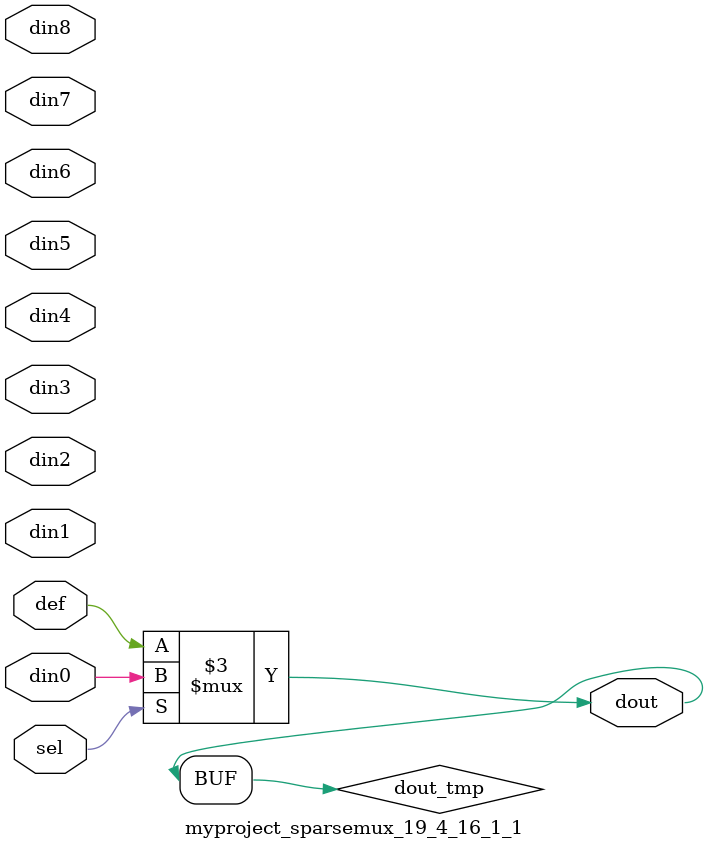
<source format=v>
`timescale 1ns / 1ps

module myproject_sparsemux_19_4_16_1_1 (din0,din1,din2,din3,din4,din5,din6,din7,din8,def,sel,dout);

parameter din0_WIDTH = 1;

parameter din1_WIDTH = 1;

parameter din2_WIDTH = 1;

parameter din3_WIDTH = 1;

parameter din4_WIDTH = 1;

parameter din5_WIDTH = 1;

parameter din6_WIDTH = 1;

parameter din7_WIDTH = 1;

parameter din8_WIDTH = 1;

parameter def_WIDTH = 1;
parameter sel_WIDTH = 1;
parameter dout_WIDTH = 1;

parameter [sel_WIDTH-1:0] CASE0 = 1;

parameter [sel_WIDTH-1:0] CASE1 = 1;

parameter [sel_WIDTH-1:0] CASE2 = 1;

parameter [sel_WIDTH-1:0] CASE3 = 1;

parameter [sel_WIDTH-1:0] CASE4 = 1;

parameter [sel_WIDTH-1:0] CASE5 = 1;

parameter [sel_WIDTH-1:0] CASE6 = 1;

parameter [sel_WIDTH-1:0] CASE7 = 1;

parameter [sel_WIDTH-1:0] CASE8 = 1;

parameter ID = 1;
parameter NUM_STAGE = 1;



input [din0_WIDTH-1:0] din0;

input [din1_WIDTH-1:0] din1;

input [din2_WIDTH-1:0] din2;

input [din3_WIDTH-1:0] din3;

input [din4_WIDTH-1:0] din4;

input [din5_WIDTH-1:0] din5;

input [din6_WIDTH-1:0] din6;

input [din7_WIDTH-1:0] din7;

input [din8_WIDTH-1:0] din8;

input [def_WIDTH-1:0] def;
input [sel_WIDTH-1:0] sel;

output [dout_WIDTH-1:0] dout;



reg [dout_WIDTH-1:0] dout_tmp;

always @ (*) begin
case (sel)
    
    CASE0 : dout_tmp = din0;
    
    CASE1 : dout_tmp = din1;
    
    CASE2 : dout_tmp = din2;
    
    CASE3 : dout_tmp = din3;
    
    CASE4 : dout_tmp = din4;
    
    CASE5 : dout_tmp = din5;
    
    CASE6 : dout_tmp = din6;
    
    CASE7 : dout_tmp = din7;
    
    CASE8 : dout_tmp = din8;
    
    default : dout_tmp = def;
endcase
end


assign dout = dout_tmp;



endmodule

</source>
